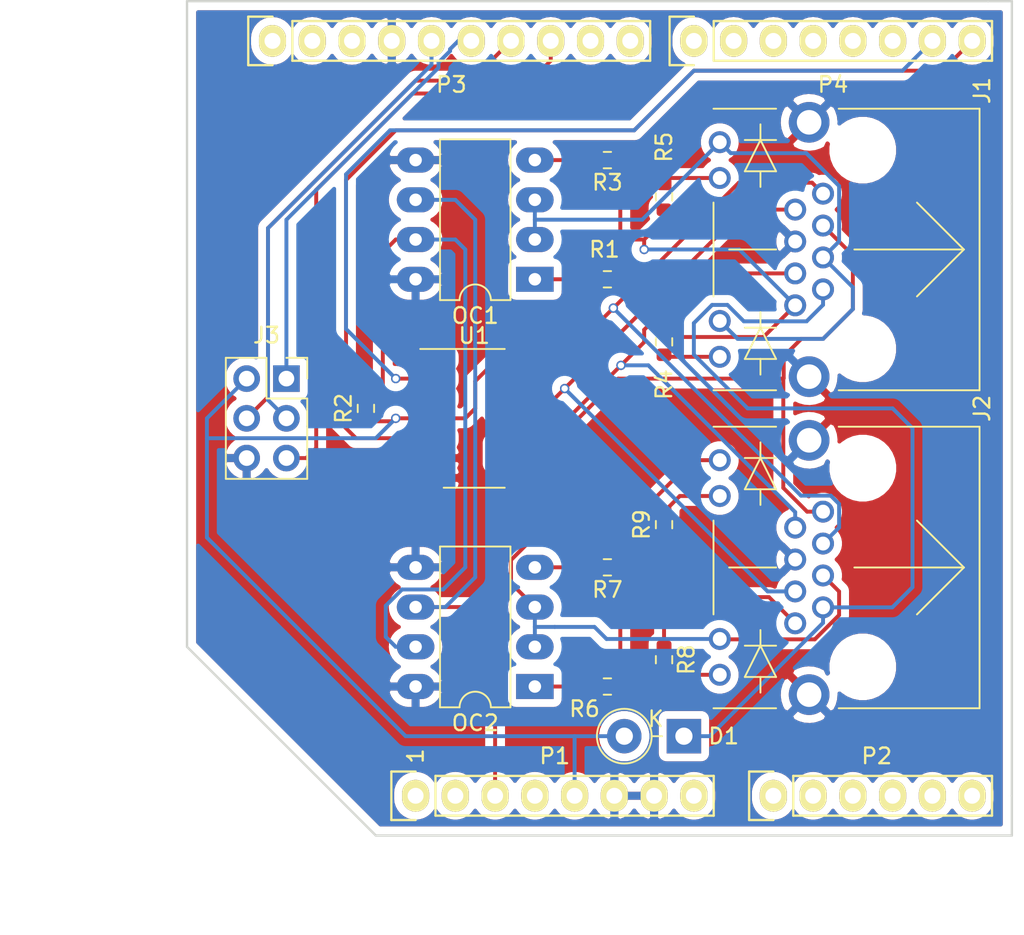
<source format=kicad_pcb>
(kicad_pcb (version 20171130) (host pcbnew "(5.1.9)-1")
  (title_block (date "lun. 30 mars 2015"))
  (layers (0 F.Cu signal) (31 B.Cu signal) (34 B.Paste user) (35 F.Paste user) (36 B.SilkS user) (37 F.SilkS user) (38 B.Mask user) (39 F.Mask user) (44 Edge.Cuts user))
  (net 0 "")
  (net 1 /Reset)
  (net 2 GND)
  (net 3 "/A4(SDA)")
  (net 4 "/A5(SCL)")
  (net 5 "/1(Tx)")
  (net 6 "/0(Rx)")
  (net 7 "/13(SCK)")
  (net 8 "/10(**/SS)")
  (net 9 "/12(MISO)")
  (net 10 "/11(**/MOSI)")
  (net 11 "Net-(J1-Pad12)")
  (net 12 /sense-)
  (net 13 "Net-(J1-Pad10)")
  (net 14 /sense+)
  (net 15 5V)
  (net 16 "Net-(J1-Pad6)")
  (net 17 "Net-(J1-Pad3)")
  (net 18 "Net-(J1-Pad2)")
  (net 19 "Net-(J1-Pad1)")
  (net 20 "Net-(J2-Pad12)")
  (net 21 /sense-B)
  (net 22 "Net-(J2-Pad10)")
  (net 23 /sense+B)
  (net 24 "Net-(OC1-Pad4)")
  (net 25 "Net-(OC1-Pad7)")
  (net 26 "Net-(OC1-Pad1)")
  (net 27 "Net-(OC2-Pad4)")
  (net 28 "Net-(OC2-Pad1)")
  (net 29 "Net-(D1-Pad1)")
  (module customs:RND_RJ45_LED (layer F.Cu) (at 164.973 109.23 90)
    (fp_text reference J2 (at 10.17 10.16 90) (layer F.SilkS))
    (fp_text value RJ45_LED)
    (fp_line (start 0 9) (end -3 6) (layer F.SilkS) (width 0.12))
    (fp_line (start 0 9) (end 3 6) (layer F.SilkS) (width 0.12))
    (fp_line (start 0 2) (end 0 9) (layer F.SilkS) (width 0.12))
    (fp_line (start 0 -6) (end 0 -3) (layer F.SilkS) (width 0.12))
    (fp_line (start -4 -4) (end -5 -4) (layer F.SilkS) (width 0.12))
    (fp_line (start -5 -5) (end -5 -3) (layer F.SilkS) (width 0.12))
    (fp_line (start -7 -5) (end -7 -4) (layer F.SilkS) (width 0.12))
    (fp_line (start -5 -4) (end -7 -5) (layer F.SilkS) (width 0.12))
    (fp_line (start -7 -3) (end -5 -4) (layer F.SilkS) (width 0.12))
    (fp_line (start -7 -4) (end -7 -3) (layer F.SilkS) (width 0.12))
    (fp_line (start -8 -4) (end -7 -4) (layer F.SilkS) (width 0.12))
    (fp_line (start 7 -4) (end 8 -4) (layer F.SilkS) (width 0.12))
    (fp_line (start 7 -5) (end 7 -3) (layer F.SilkS) (width 0.12))
    (fp_line (start 5 -4) (end 4 -4) (layer F.SilkS) (width 0.12))
    (fp_line (start 7 -4) (end 5 -5) (layer F.SilkS) (width 0.12))
    (fp_line (start 5 -3) (end 7 -4) (layer F.SilkS) (width 0.12))
    (fp_line (start 5 -5) (end 5 -3) (layer F.SilkS) (width 0.12))
    (fp_line (start -3 -7) (end 3 -7) (layer F.SilkS) (width 0.12))
    (fp_line (start 9 -3) (end 9 -7) (layer F.SilkS) (width 0.12))
    (fp_line (start 9 10) (end 9 1) (layer F.SilkS) (width 0.12))
    (fp_line (start -9 10) (end 9 10) (layer F.SilkS) (width 0.12))
    (fp_line (start -9 1) (end -9 10) (layer F.SilkS) (width 0.12))
    (fp_line (start -9 -7) (end -9 -3) (layer F.SilkS) (width 0.12))
    (pad 12 thru_hole circle (at -6.86 -6.6 90) (size 1.4 1.4) (drill 0.89) (layers *.Cu *.Mask) (net 20 "Net-(J2-Pad12)"))
    (pad 11 thru_hole circle (at -4.57 -6.6 90) (size 1.4 1.4) (drill 0.89) (layers *.Cu *.Mask) (net 21 /sense-B))
    (pad 10 thru_hole circle (at 4.57 -6.6 90) (size 1.4 1.4) (drill 0.89) (layers *.Cu *.Mask) (net 22 "Net-(J2-Pad10)"))
    (pad 9 thru_hole circle (at 6.86 -6.6 90) (size 1.4 1.4) (drill 0.89) (layers *.Cu *.Mask) (net 21 /sense-B))
    (pad 8 thru_hole circle (at -3.57 -1.78 90) (size 1.4 1.4) (drill 0.89) (layers *.Cu *.Mask) (net 23 /sense+B))
    (pad 7 thru_hole circle (at -2.55 0 90) (size 1.4 1.4) (drill 0.89) (layers *.Cu *.Mask) (net 29 "Net-(D1-Pad1)"))
    (pad 6 thru_hole circle (at -1.53 -1.78 90) (size 1.4 1.4) (drill 0.89) (layers *.Cu *.Mask) (net 18 "Net-(J1-Pad2)"))
    (pad 5 thru_hole circle (at -0.51 0 90) (size 1.4 1.4) (drill 0.89) (layers *.Cu *.Mask) (net 21 /sense-B))
    (pad 4 thru_hole circle (at 0.51 -1.78 90) (size 1.4 1.4) (drill 0.89) (layers *.Cu *.Mask) (net 2 GND))
    (pad 3 thru_hole circle (at 1.53 0 90) (size 1.4 1.4) (drill 0.89) (layers *.Cu *.Mask) (net 19 "Net-(J1-Pad1)"))
    (pad 2 thru_hole circle (at 2.55 -1.78 90) (size 1.4 1.4) (drill 0.89) (layers *.Cu *.Mask) (net 16 "Net-(J1-Pad6)"))
    (pad 1 thru_hole circle (at 3.57 0 90) (size 1.4 1.4) (drill 0.89) (layers *.Cu *.Mask) (net 17 "Net-(J1-Pad3)"))
    (pad SH thru_hole circle (at 8.13 -0.89 90) (size 2.6 2.6) (drill 1.57) (layers *.Cu *.Mask) (net 2 GND))
    (pad SH thru_hole circle (at -8.13 -0.89 90) (size 2.6 2.6) (drill 1.57) (layers *.Cu *.Mask) (net 2 GND))
    (pad "" np_thru_hole circle (at 6.35 2.54 90) (size 3.25 3.25) (drill 3.25) (layers *.Cu *.Mask))
    (pad "" np_thru_hole circle (at -6.35 2.54 90) (size 3.25 3.25) (drill 3.25) (layers *.Cu *.Mask))
  )
  (module Diode_THT:D_DO-41_SOD81_P3.81mm_Vertical_KathodeUp (layer F.Cu) (at 156.083 120.015 180)
    (fp_text reference D1 (at -2.54 0) (layer F.SilkS))
    (fp_text value 1N4001)
    (fp_text user K (at 1.8 1.1) (layer F.SilkS))
    (fp_circle (center 3.81 0) (end 5.560635 0) (layer F.SilkS) (width 0.12))
    (fp_line (start 2.059365 0) (end 1.4 0) (layer F.SilkS) (width 0.12))
    (pad 2 thru_hole oval (at 3.81 0 180) (size 2.2 2.2) (drill 1.1) (layers *.Cu *.Mask) (net 15 5V))
    (pad 1 thru_hole rect (at 0 0 180) (size 2.2 2.2) (drill 1.1) (layers *.Cu *.Mask) (net 29 "Net-(D1-Pad1)"))
  )
  (module Package_SO:SOIC-14_3.9x8.7mm_P1.27mm (layer F.Cu) (at 142.683 99.695)
    (fp_text reference U1 (at 0 -5.28) (layer F.SilkS))
    (fp_text value MAX489E)
    (fp_line (start 0 4.435) (end 1.95 4.435) (layer F.SilkS) (width 0.12))
    (fp_line (start 0 4.435) (end -1.95 4.435) (layer F.SilkS) (width 0.12))
    (fp_line (start 0 -4.435) (end 1.95 -4.435) (layer F.SilkS) (width 0.12))
    (fp_line (start 0 -4.435) (end -3.45 -4.435) (layer F.SilkS) (width 0.12))
    (pad 14 smd roundrect (at 2.475 -3.81) (size 1.95 0.6) (layers F.Cu F.Paste F.Mask) (net 15 5V))
    (pad 13 smd roundrect (at 2.475 -2.54) (size 1.95 0.6) (layers F.Cu F.Paste F.Mask))
    (pad 12 smd roundrect (at 2.475 -1.27) (size 1.95 0.6) (layers F.Cu F.Paste F.Mask) (net 18 "Net-(J1-Pad2)"))
    (pad 11 smd roundrect (at 2.475 0) (size 1.95 0.6) (layers F.Cu F.Paste F.Mask) (net 19 "Net-(J1-Pad1)"))
    (pad 10 smd roundrect (at 2.475 1.27) (size 1.95 0.6) (layers F.Cu F.Paste F.Mask) (net 17 "Net-(J1-Pad3)"))
    (pad 9 smd roundrect (at 2.475 2.54) (size 1.95 0.6) (layers F.Cu F.Paste F.Mask) (net 16 "Net-(J1-Pad6)"))
    (pad 8 smd roundrect (at 2.475 3.81) (size 1.95 0.6) (layers F.Cu F.Paste F.Mask))
    (pad 7 smd roundrect (at -2.475 3.81) (size 1.95 0.6) (layers F.Cu F.Paste F.Mask) (net 2 GND))
    (pad 6 smd roundrect (at -2.475 2.54) (size 1.95 0.6) (layers F.Cu F.Paste F.Mask) (net 2 GND))
    (pad 5 smd roundrect (at -2.475 1.27) (size 1.95 0.6) (layers F.Cu F.Paste F.Mask) (net 6 "/0(Rx)"))
    (pad 4 smd roundrect (at -2.475 0) (size 1.95 0.6) (layers F.Cu F.Paste F.Mask) (net 15 5V))
    (pad 3 smd roundrect (at -2.475 -1.27) (size 1.95 0.6) (layers F.Cu F.Paste F.Mask) (net 25 "Net-(OC1-Pad7)"))
    (pad 2 smd roundrect (at -2.475 -2.54) (size 1.95 0.6) (layers F.Cu F.Paste F.Mask) (net 5 "/1(Tx)"))
    (pad 1 smd roundrect (at -2.475 -3.81) (size 1.95 0.6) (layers F.Cu F.Paste F.Mask))
  )
  (module Connector_PinSocket_2.54mm:PinSocket_2x03_P2.54mm_Vertical (layer F.Cu) (at 130.683 97.155)
    (fp_text reference J3 (at -1.27 -2.77) (layer F.SilkS))
    (fp_text value AVR-ISP-6)
    (fp_line (start -3.87 -1.33) (end -1.27 -1.33) (layer F.SilkS) (width 0.12))
    (fp_line (start -3.87 -1.33) (end -3.87 6.41) (layer F.SilkS) (width 0.12))
    (fp_line (start -3.87 6.41) (end 1.33 6.41) (layer F.SilkS) (width 0.12))
    (fp_line (start 1.33 1.27) (end 1.33 6.41) (layer F.SilkS) (width 0.12))
    (fp_line (start -1.27 1.27) (end 1.33 1.27) (layer F.SilkS) (width 0.12))
    (fp_line (start -1.27 -1.33) (end -1.27 1.27) (layer F.SilkS) (width 0.12))
    (fp_line (start 1.33 -1.33) (end 1.33 0) (layer F.SilkS) (width 0.12))
    (fp_line (start 0 -1.33) (end 1.33 -1.33) (layer F.SilkS) (width 0.12))
    (pad 1 thru_hole rect (at 0 0) (size 1.7 1.7) (drill 1) (layers *.Cu *.Mask) (net 9 "/12(MISO)"))
    (pad 2 thru_hole oval (at -2.54 0) (size 1.7 1.7) (drill 1) (layers *.Cu *.Mask) (net 15 5V))
    (pad 3 thru_hole oval (at 0 2.54) (size 1.7 1.7) (drill 1) (layers *.Cu *.Mask) (net 7 "/13(SCK)"))
    (pad 4 thru_hole oval (at -2.54 2.54) (size 1.7 1.7) (drill 1) (layers *.Cu *.Mask) (net 10 "/11(**/MOSI)"))
    (pad 5 thru_hole oval (at 0 5.08) (size 1.7 1.7) (drill 1) (layers *.Cu *.Mask) (net 8 "/10(**/SS)"))
    (pad 6 thru_hole oval (at -2.54 5.08) (size 1.7 1.7) (drill 1) (layers *.Cu *.Mask) (net 2 GND))
  )
  (module Resistor_SMD:R_0603_1608Metric (layer F.Cu) (at 154.813 106.49 90)
    (fp_text reference R9 (at 0 -1.43 90) (layer F.SilkS))
    (fp_text value R)
    (fp_line (start -0.237258 0.5225) (end 0.237258 0.5225) (layer F.SilkS) (width 0.12))
    (fp_line (start -0.237258 -0.5225) (end 0.237258 -0.5225) (layer F.SilkS) (width 0.12))
    (pad 2 smd roundrect (at 0.825 0 90) (size 0.8 0.95) (layers F.Cu F.Paste F.Mask) (net 22 "Net-(J2-Pad10)"))
    (pad 1 smd roundrect (at -0.825 0 90) (size 0.8 0.95) (layers F.Cu F.Paste F.Mask) (net 23 /sense+B))
  )
  (module Resistor_SMD:R_0603_1608Metric (layer F.Cu) (at 154.813 115.125 270)
    (fp_text reference R8 (at 0 -1.43 90) (layer F.SilkS))
    (fp_text value R)
    (fp_line (start -0.237258 0.5225) (end 0.237258 0.5225) (layer F.SilkS) (width 0.12))
    (fp_line (start -0.237258 -0.5225) (end 0.237258 -0.5225) (layer F.SilkS) (width 0.12))
    (pad 2 smd roundrect (at 0.825 0 270) (size 0.8 0.95) (layers F.Cu F.Paste F.Mask) (net 20 "Net-(J2-Pad12)"))
    (pad 1 smd roundrect (at -0.825 0 270) (size 0.8 0.95) (layers F.Cu F.Paste F.Mask) (net 23 /sense+B))
  )
  (module Resistor_SMD:R_0603_1608Metric (layer F.Cu) (at 151.193 109.22 180)
    (fp_text reference R7 (at 0 -1.43) (layer F.SilkS))
    (fp_text value R)
    (fp_line (start -0.237258 0.5225) (end 0.237258 0.5225) (layer F.SilkS) (width 0.12))
    (fp_line (start -0.237258 -0.5225) (end 0.237258 -0.5225) (layer F.SilkS) (width 0.12))
    (pad 2 smd roundrect (at 0.825 0 180) (size 0.8 0.95) (layers F.Cu F.Paste F.Mask) (net 27 "Net-(OC2-Pad4)"))
    (pad 1 smd roundrect (at -0.825 0 180) (size 0.8 0.95) (layers F.Cu F.Paste F.Mask) (net 23 /sense+B))
  )
  (module Resistor_SMD:R_0603_1608Metric (layer F.Cu) (at 151.193 116.84 180)
    (fp_text reference R6 (at 1.46 -1.43) (layer F.SilkS))
    (fp_text value R)
    (fp_line (start -0.237258 0.5225) (end 0.237258 0.5225) (layer F.SilkS) (width 0.12))
    (fp_line (start -0.237258 -0.5225) (end 0.237258 -0.5225) (layer F.SilkS) (width 0.12))
    (pad 2 smd roundrect (at 0.825 0 180) (size 0.8 0.95) (layers F.Cu F.Paste F.Mask) (net 28 "Net-(OC2-Pad1)"))
    (pad 1 smd roundrect (at -0.825 0 180) (size 0.8 0.95) (layers F.Cu F.Paste F.Mask) (net 23 /sense+B))
  )
  (module Resistor_SMD:R_0603_1608Metric (layer F.Cu) (at 154.813 85.535 90)
    (fp_text reference R5 (at 3.175 0 90) (layer F.SilkS))
    (fp_text value R)
    (fp_line (start -0.237258 0.5225) (end 0.237258 0.5225) (layer F.SilkS) (width 0.12))
    (fp_line (start -0.237258 -0.5225) (end 0.237258 -0.5225) (layer F.SilkS) (width 0.12))
    (pad 2 smd roundrect (at 0.825 0 90) (size 0.8 0.95) (layers F.Cu F.Paste F.Mask) (net 13 "Net-(J1-Pad10)"))
    (pad 1 smd roundrect (at -0.825 0 90) (size 0.8 0.95) (layers F.Cu F.Paste F.Mask) (net 14 /sense+))
  )
  (module Resistor_SMD:R_0603_1608Metric (layer F.Cu) (at 154.813 94.805 270)
    (fp_text reference R4 (at 2.73 0 90) (layer F.SilkS))
    (fp_text value R)
    (fp_line (start -0.237258 0.5225) (end 0.237258 0.5225) (layer F.SilkS) (width 0.12))
    (fp_line (start -0.237258 -0.5225) (end 0.237258 -0.5225) (layer F.SilkS) (width 0.12))
    (pad 2 smd roundrect (at 0.825 0 270) (size 0.8 0.95) (layers F.Cu F.Paste F.Mask) (net 11 "Net-(J1-Pad12)"))
    (pad 1 smd roundrect (at -0.825 0 270) (size 0.8 0.95) (layers F.Cu F.Paste F.Mask) (net 14 /sense+))
  )
  (module Resistor_SMD:R_0603_1608Metric (layer F.Cu) (at 151.193 83.185 180)
    (fp_text reference R3 (at 0 -1.43) (layer F.SilkS))
    (fp_text value R)
    (fp_line (start -0.237258 0.5225) (end 0.237258 0.5225) (layer F.SilkS) (width 0.12))
    (fp_line (start -0.237258 -0.5225) (end 0.237258 -0.5225) (layer F.SilkS) (width 0.12))
    (pad 2 smd roundrect (at 0.825 0 180) (size 0.8 0.95) (layers F.Cu F.Paste F.Mask) (net 24 "Net-(OC1-Pad4)"))
    (pad 1 smd roundrect (at -0.825 0 180) (size 0.8 0.95) (layers F.Cu F.Paste F.Mask) (net 14 /sense+))
  )
  (module Resistor_SMD:R_0603_1608Metric (layer F.Cu) (at 135.763 99.06 90)
    (fp_text reference R2 (at 0 -1.43 90) (layer F.SilkS))
    (fp_text value R)
    (fp_line (start -0.237258 0.5225) (end 0.237258 0.5225) (layer F.SilkS) (width 0.12))
    (fp_line (start -0.237258 -0.5225) (end 0.237258 -0.5225) (layer F.SilkS) (width 0.12))
    (pad 2 smd roundrect (at 0.825 0 90) (size 0.8 0.95) (layers F.Cu F.Paste F.Mask) (net 25 "Net-(OC1-Pad7)"))
    (pad 1 smd roundrect (at -0.825 0 90) (size 0.8 0.95) (layers F.Cu F.Paste F.Mask) (net 15 5V))
  )
  (module Resistor_SMD:R_0603_1608Metric (layer F.Cu) (at 151.193 90.805 180)
    (fp_text reference R1 (at 0.19 1.905) (layer F.SilkS))
    (fp_text value R)
    (fp_line (start -0.237258 0.5225) (end 0.237258 0.5225) (layer F.SilkS) (width 0.12))
    (fp_line (start -0.237258 -0.5225) (end 0.237258 -0.5225) (layer F.SilkS) (width 0.12))
    (pad 2 smd roundrect (at 0.825 0 180) (size 0.8 0.95) (layers F.Cu F.Paste F.Mask) (net 26 "Net-(OC1-Pad1)"))
    (pad 1 smd roundrect (at -0.825 0 180) (size 0.8 0.95) (layers F.Cu F.Paste F.Mask) (net 14 /sense+))
  )
  (module Package_DIP:DIP-8_W7.62mm_LongPads (layer F.Cu) (at 146.558 116.84 180)
    (fp_text reference OC2 (at 3.81 -2.33) (layer F.SilkS))
    (fp_text value CNY74-2H)
    (fp_line (start 6.06 -1.33) (end 4.81 -1.33) (layer F.SilkS) (width 0.12))
    (fp_line (start 6.06 8.95) (end 6.06 -1.33) (layer F.SilkS) (width 0.12))
    (fp_line (start 1.56 8.95) (end 6.06 8.95) (layer F.SilkS) (width 0.12))
    (fp_line (start 1.56 -1.33) (end 1.56 8.95) (layer F.SilkS) (width 0.12))
    (fp_line (start 2.81 -1.33) (end 1.56 -1.33) (layer F.SilkS) (width 0.12))
    (fp_arc (start 3.81 -1.33) (end 2.81 -1.33) (angle -180) (layer F.SilkS) (width 0.12))
    (pad 8 thru_hole oval (at 7.62 0 180) (size 2.4 1.6) (drill 0.8) (layers *.Cu *.Mask) (net 2 GND))
    (pad 4 thru_hole oval (at 0 7.62 180) (size 2.4 1.6) (drill 0.8) (layers *.Cu *.Mask) (net 27 "Net-(OC2-Pad4)"))
    (pad 7 thru_hole oval (at 7.62 2.54 180) (size 2.4 1.6) (drill 0.8) (layers *.Cu *.Mask) (net 25 "Net-(OC1-Pad7)"))
    (pad 3 thru_hole oval (at 0 5.08 180) (size 2.4 1.6) (drill 0.8) (layers *.Cu *.Mask) (net 21 /sense-B))
    (pad 6 thru_hole oval (at 7.62 5.08 180) (size 2.4 1.6) (drill 0.8) (layers *.Cu *.Mask) (net 1 /Reset))
    (pad 2 thru_hole oval (at 0 2.54 180) (size 2.4 1.6) (drill 0.8) (layers *.Cu *.Mask) (net 21 /sense-B))
    (pad 5 thru_hole oval (at 7.62 7.62 180) (size 2.4 1.6) (drill 0.8) (layers *.Cu *.Mask) (net 2 GND))
    (pad 1 thru_hole rect (at 0 0 180) (size 2.4 1.6) (drill 0.8) (layers *.Cu *.Mask) (net 28 "Net-(OC2-Pad1)"))
  )
  (module Package_DIP:DIP-8_W7.62mm_LongPads (layer F.Cu) (at 146.558 90.805 180)
    (fp_text reference OC1 (at 3.81 -2.33) (layer F.SilkS))
    (fp_text value CNY74-2H)
    (fp_line (start 6.06 -1.33) (end 4.81 -1.33) (layer F.SilkS) (width 0.12))
    (fp_line (start 6.06 8.95) (end 6.06 -1.33) (layer F.SilkS) (width 0.12))
    (fp_line (start 1.56 8.95) (end 6.06 8.95) (layer F.SilkS) (width 0.12))
    (fp_line (start 1.56 -1.33) (end 1.56 8.95) (layer F.SilkS) (width 0.12))
    (fp_line (start 2.81 -1.33) (end 1.56 -1.33) (layer F.SilkS) (width 0.12))
    (fp_arc (start 3.81 -1.33) (end 2.81 -1.33) (angle -180) (layer F.SilkS) (width 0.12))
    (pad 8 thru_hole oval (at 7.62 0 180) (size 2.4 1.6) (drill 0.8) (layers *.Cu *.Mask) (net 2 GND))
    (pad 4 thru_hole oval (at 0 7.62 180) (size 2.4 1.6) (drill 0.8) (layers *.Cu *.Mask) (net 24 "Net-(OC1-Pad4)"))
    (pad 7 thru_hole oval (at 7.62 2.54 180) (size 2.4 1.6) (drill 0.8) (layers *.Cu *.Mask) (net 25 "Net-(OC1-Pad7)"))
    (pad 3 thru_hole oval (at 0 5.08 180) (size 2.4 1.6) (drill 0.8) (layers *.Cu *.Mask) (net 12 /sense-))
    (pad 6 thru_hole oval (at 7.62 5.08 180) (size 2.4 1.6) (drill 0.8) (layers *.Cu *.Mask) (net 1 /Reset))
    (pad 2 thru_hole oval (at 0 2.54 180) (size 2.4 1.6) (drill 0.8) (layers *.Cu *.Mask) (net 12 /sense-))
    (pad 5 thru_hole oval (at 7.62 7.62 180) (size 2.4 1.6) (drill 0.8) (layers *.Cu *.Mask) (net 2 GND))
    (pad 1 thru_hole rect (at 0 0 180) (size 2.4 1.6) (drill 0.8) (layers *.Cu *.Mask) (net 26 "Net-(OC1-Pad1)"))
  )
  (module customs:RND_RJ45_LED (layer F.Cu) (at 164.973 88.9 90)
    (fp_text reference J1 (at 10.16 10.16 90) (layer F.SilkS))
    (fp_text value RJ45_LED)
    (fp_line (start 0 9) (end -3 6) (layer F.SilkS) (width 0.12))
    (fp_line (start 0 9) (end 3 6) (layer F.SilkS) (width 0.12))
    (fp_line (start 0 2) (end 0 9) (layer F.SilkS) (width 0.12))
    (fp_line (start 0 -6) (end 0 -3) (layer F.SilkS) (width 0.12))
    (fp_line (start -4 -4) (end -5 -4) (layer F.SilkS) (width 0.12))
    (fp_line (start -5 -5) (end -5 -3) (layer F.SilkS) (width 0.12))
    (fp_line (start -7 -5) (end -7 -4) (layer F.SilkS) (width 0.12))
    (fp_line (start -5 -4) (end -7 -5) (layer F.SilkS) (width 0.12))
    (fp_line (start -7 -3) (end -5 -4) (layer F.SilkS) (width 0.12))
    (fp_line (start -7 -4) (end -7 -3) (layer F.SilkS) (width 0.12))
    (fp_line (start -8 -4) (end -7 -4) (layer F.SilkS) (width 0.12))
    (fp_line (start 7 -4) (end 8 -4) (layer F.SilkS) (width 0.12))
    (fp_line (start 7 -5) (end 7 -3) (layer F.SilkS) (width 0.12))
    (fp_line (start 5 -4) (end 4 -4) (layer F.SilkS) (width 0.12))
    (fp_line (start 7 -4) (end 5 -5) (layer F.SilkS) (width 0.12))
    (fp_line (start 5 -3) (end 7 -4) (layer F.SilkS) (width 0.12))
    (fp_line (start 5 -5) (end 5 -3) (layer F.SilkS) (width 0.12))
    (fp_line (start -3 -7) (end 3 -7) (layer F.SilkS) (width 0.12))
    (fp_line (start 9 -3) (end 9 -7) (layer F.SilkS) (width 0.12))
    (fp_line (start 9 10) (end 9 1) (layer F.SilkS) (width 0.12))
    (fp_line (start -9 10) (end 9 10) (layer F.SilkS) (width 0.12))
    (fp_line (start -9 1) (end -9 10) (layer F.SilkS) (width 0.12))
    (fp_line (start -9 -7) (end -9 -3) (layer F.SilkS) (width 0.12))
    (pad 12 thru_hole circle (at -6.86 -6.6 90) (size 1.4 1.4) (drill 0.89) (layers *.Cu *.Mask) (net 11 "Net-(J1-Pad12)"))
    (pad 11 thru_hole circle (at -4.57 -6.6 90) (size 1.4 1.4) (drill 0.89) (layers *.Cu *.Mask) (net 12 /sense-))
    (pad 10 thru_hole circle (at 4.57 -6.6 90) (size 1.4 1.4) (drill 0.89) (layers *.Cu *.Mask) (net 13 "Net-(J1-Pad10)"))
    (pad 9 thru_hole circle (at 6.86 -6.6 90) (size 1.4 1.4) (drill 0.89) (layers *.Cu *.Mask) (net 12 /sense-))
    (pad 8 thru_hole circle (at -3.57 -1.78 90) (size 1.4 1.4) (drill 0.89) (layers *.Cu *.Mask) (net 14 /sense+))
    (pad 7 thru_hole circle (at -2.55 0 90) (size 1.4 1.4) (drill 0.89) (layers *.Cu *.Mask) (net 29 "Net-(D1-Pad1)"))
    (pad 6 thru_hole circle (at -1.53 -1.78 90) (size 1.4 1.4) (drill 0.89) (layers *.Cu *.Mask) (net 16 "Net-(J1-Pad6)"))
    (pad 5 thru_hole circle (at -0.51 0 90) (size 1.4 1.4) (drill 0.89) (layers *.Cu *.Mask) (net 12 /sense-))
    (pad 4 thru_hole circle (at 0.51 -1.78 90) (size 1.4 1.4) (drill 0.89) (layers *.Cu *.Mask) (net 2 GND))
    (pad 3 thru_hole circle (at 1.53 0 90) (size 1.4 1.4) (drill 0.89) (layers *.Cu *.Mask) (net 17 "Net-(J1-Pad3)"))
    (pad 2 thru_hole circle (at 2.55 -1.78 90) (size 1.4 1.4) (drill 0.89) (layers *.Cu *.Mask) (net 18 "Net-(J1-Pad2)"))
    (pad 1 thru_hole circle (at 3.57 0 90) (size 1.4 1.4) (drill 0.89) (layers *.Cu *.Mask) (net 19 "Net-(J1-Pad1)"))
    (pad SH thru_hole circle (at 8.13 -0.89 90) (size 2.6 2.6) (drill 1.57) (layers *.Cu *.Mask) (net 2 GND))
    (pad SH thru_hole circle (at -8.13 -0.89 90) (size 2.6 2.6) (drill 1.57) (layers *.Cu *.Mask) (net 2 GND))
    (pad "" np_thru_hole circle (at 6.35 2.54 90) (size 3.25 3.25) (drill 3.25) (layers *.Cu *.Mask))
    (pad "" np_thru_hole circle (at -6.35 2.54 90) (size 3.25 3.25) (drill 3.25) (layers *.Cu *.Mask))
  )
  (module Socket_Arduino_Uno:Socket_Strip_Arduino_1x08 (layer F.Cu) (at 138.938 123.825)
    (fp_text reference P1 (at 8.89 -2.54) (layer F.SilkS))
    (fp_text value Power)
    (fp_line (start 1.27 1.27) (end 19.05 1.27) (layer F.SilkS) (width 0.15))
    (fp_line (start 19.05 1.27) (end 19.05 -1.27) (layer F.SilkS) (width 0.15))
    (fp_line (start 19.05 -1.27) (end 1.27 -1.27) (layer F.SilkS) (width 0.15))
    (fp_line (start -1.55 1.55) (end 0 1.55) (layer F.SilkS) (width 0.15))
    (fp_line (start 1.27 1.27) (end 1.27 -1.27) (layer F.SilkS) (width 0.15))
    (fp_line (start 0 -1.55) (end -1.55 -1.55) (layer F.SilkS) (width 0.15))
    (fp_line (start -1.55 -1.55) (end -1.55 1.55) (layer F.SilkS) (width 0.15))
    (pad 1 thru_hole oval (at 0 0) (size 1.7272 2.032) (drill 1.016) (layers *.Cu *.Mask F.SilkS))
    (pad 2 thru_hole oval (at 2.54 0) (size 1.7272 2.032) (drill 1.016) (layers *.Cu *.Mask F.SilkS))
    (pad 3 thru_hole oval (at 5.08 0) (size 1.7272 2.032) (drill 1.016) (layers *.Cu *.Mask F.SilkS) (net 1 /Reset))
    (pad 4 thru_hole oval (at 7.62 0) (size 1.7272 2.032) (drill 1.016) (layers *.Cu *.Mask F.SilkS))
    (pad 5 thru_hole oval (at 10.16 0) (size 1.7272 2.032) (drill 1.016) (layers *.Cu *.Mask F.SilkS) (net 15 5V))
    (pad 6 thru_hole oval (at 12.7 0) (size 1.7272 2.032) (drill 1.016) (layers *.Cu *.Mask F.SilkS) (net 2 GND))
    (pad 7 thru_hole oval (at 15.24 0) (size 1.7272 2.032) (drill 1.016) (layers *.Cu *.Mask F.SilkS) (net 2 GND))
    (pad 8 thru_hole oval (at 17.78 0) (size 1.7272 2.032) (drill 1.016) (layers *.Cu *.Mask F.SilkS))
  )
  (module Socket_Arduino_Uno:Socket_Strip_Arduino_1x06 (layer F.Cu) (at 161.798 123.825)
    (fp_text reference P2 (at 6.604 -2.54) (layer F.SilkS))
    (fp_text value Analog)
    (fp_line (start 1.27 1.27) (end 13.97 1.27) (layer F.SilkS) (width 0.15))
    (fp_line (start 13.97 1.27) (end 13.97 -1.27) (layer F.SilkS) (width 0.15))
    (fp_line (start 13.97 -1.27) (end 1.27 -1.27) (layer F.SilkS) (width 0.15))
    (fp_line (start -1.55 1.55) (end 0 1.55) (layer F.SilkS) (width 0.15))
    (fp_line (start 1.27 1.27) (end 1.27 -1.27) (layer F.SilkS) (width 0.15))
    (fp_line (start 0 -1.55) (end -1.55 -1.55) (layer F.SilkS) (width 0.15))
    (fp_line (start -1.55 -1.55) (end -1.55 1.55) (layer F.SilkS) (width 0.15))
    (pad 1 thru_hole oval (at 0 0) (size 1.7272 2.032) (drill 1.016) (layers *.Cu *.Mask F.SilkS))
    (pad 2 thru_hole oval (at 2.54 0) (size 1.7272 2.032) (drill 1.016) (layers *.Cu *.Mask F.SilkS))
    (pad 3 thru_hole oval (at 5.08 0) (size 1.7272 2.032) (drill 1.016) (layers *.Cu *.Mask F.SilkS))
    (pad 4 thru_hole oval (at 7.62 0) (size 1.7272 2.032) (drill 1.016) (layers *.Cu *.Mask F.SilkS))
    (pad 5 thru_hole oval (at 10.16 0) (size 1.7272 2.032) (drill 1.016) (layers *.Cu *.Mask F.SilkS) (net 3 "/A4(SDA)"))
    (pad 6 thru_hole oval (at 12.7 0) (size 1.7272 2.032) (drill 1.016) (layers *.Cu *.Mask F.SilkS) (net 4 "/A5(SCL)"))
  )
  (module Socket_Arduino_Uno:Socket_Strip_Arduino_1x10 (layer F.Cu) (at 129.794 75.565)
    (fp_text reference P3 (at 11.43 2.794) (layer F.SilkS))
    (fp_text value Digital)
    (fp_line (start 1.27 1.27) (end 24.13 1.27) (layer F.SilkS) (width 0.15))
    (fp_line (start 24.13 1.27) (end 24.13 -1.27) (layer F.SilkS) (width 0.15))
    (fp_line (start 24.13 -1.27) (end 1.27 -1.27) (layer F.SilkS) (width 0.15))
    (fp_line (start -1.55 1.55) (end 0 1.55) (layer F.SilkS) (width 0.15))
    (fp_line (start 1.27 1.27) (end 1.27 -1.27) (layer F.SilkS) (width 0.15))
    (fp_line (start 0 -1.55) (end -1.55 -1.55) (layer F.SilkS) (width 0.15))
    (fp_line (start -1.55 -1.55) (end -1.55 1.55) (layer F.SilkS) (width 0.15))
    (pad 1 thru_hole oval (at 0 0) (size 1.7272 2.032) (drill 1.016) (layers *.Cu *.Mask F.SilkS) (net 4 "/A5(SCL)"))
    (pad 2 thru_hole oval (at 2.54 0) (size 1.7272 2.032) (drill 1.016) (layers *.Cu *.Mask F.SilkS) (net 3 "/A4(SDA)"))
    (pad 3 thru_hole oval (at 5.08 0) (size 1.7272 2.032) (drill 1.016) (layers *.Cu *.Mask F.SilkS))
    (pad 4 thru_hole oval (at 7.62 0) (size 1.7272 2.032) (drill 1.016) (layers *.Cu *.Mask F.SilkS) (net 2 GND))
    (pad 5 thru_hole oval (at 10.16 0) (size 1.7272 2.032) (drill 1.016) (layers *.Cu *.Mask F.SilkS) (net 7 "/13(SCK)"))
    (pad 6 thru_hole oval (at 12.7 0) (size 1.7272 2.032) (drill 1.016) (layers *.Cu *.Mask F.SilkS) (net 9 "/12(MISO)"))
    (pad 7 thru_hole oval (at 15.24 0) (size 1.7272 2.032) (drill 1.016) (layers *.Cu *.Mask F.SilkS) (net 10 "/11(**/MOSI)"))
    (pad 8 thru_hole oval (at 17.78 0) (size 1.7272 2.032) (drill 1.016) (layers *.Cu *.Mask F.SilkS) (net 8 "/10(**/SS)"))
    (pad 9 thru_hole oval (at 20.32 0) (size 1.7272 2.032) (drill 1.016) (layers *.Cu *.Mask F.SilkS))
    (pad 10 thru_hole oval (at 22.86 0) (size 1.7272 2.032) (drill 1.016) (layers *.Cu *.Mask F.SilkS))
  )
  (module Socket_Arduino_Uno:Socket_Strip_Arduino_1x08 (layer F.Cu) (at 156.718 75.565)
    (fp_text reference P4 (at 8.89 2.794) (layer F.SilkS))
    (fp_text value Digital)
    (fp_line (start 1.27 1.27) (end 19.05 1.27) (layer F.SilkS) (width 0.15))
    (fp_line (start 19.05 1.27) (end 19.05 -1.27) (layer F.SilkS) (width 0.15))
    (fp_line (start 19.05 -1.27) (end 1.27 -1.27) (layer F.SilkS) (width 0.15))
    (fp_line (start -1.55 1.55) (end 0 1.55) (layer F.SilkS) (width 0.15))
    (fp_line (start 1.27 1.27) (end 1.27 -1.27) (layer F.SilkS) (width 0.15))
    (fp_line (start 0 -1.55) (end -1.55 -1.55) (layer F.SilkS) (width 0.15))
    (fp_line (start -1.55 -1.55) (end -1.55 1.55) (layer F.SilkS) (width 0.15))
    (pad 1 thru_hole oval (at 0 0) (size 1.7272 2.032) (drill 1.016) (layers *.Cu *.Mask F.SilkS))
    (pad 2 thru_hole oval (at 2.54 0) (size 1.7272 2.032) (drill 1.016) (layers *.Cu *.Mask F.SilkS))
    (pad 3 thru_hole oval (at 5.08 0) (size 1.7272 2.032) (drill 1.016) (layers *.Cu *.Mask F.SilkS))
    (pad 4 thru_hole oval (at 7.62 0) (size 1.7272 2.032) (drill 1.016) (layers *.Cu *.Mask F.SilkS))
    (pad 5 thru_hole oval (at 10.16 0) (size 1.7272 2.032) (drill 1.016) (layers *.Cu *.Mask F.SilkS))
    (pad 6 thru_hole oval (at 12.7 0) (size 1.7272 2.032) (drill 1.016) (layers *.Cu *.Mask F.SilkS))
    (pad 7 thru_hole oval (at 15.24 0) (size 1.7272 2.032) (drill 1.016) (layers *.Cu *.Mask F.SilkS) (net 5 "/1(Tx)"))
    (pad 8 thru_hole oval (at 17.78 0) (size 1.7272 2.032) (drill 1.016) (layers *.Cu *.Mask F.SilkS) (net 6 "/0(Rx)"))
  )
  (gr_line (start 124.333 114.3) (end 136.398 126.365) (angle 90) (layer Edge.Cuts) (width 0.15))
  (gr_text 1 (at 138.938 121.285 90) (layer F.SilkS) (effects (font (size 1 1))))
  (gr_line (start 177.038 73.025) (end 175.514 73.025) (angle 90) (layer Edge.Cuts) (width 0.15))
  (gr_line (start 177.038 85.979) (end 177.038 73.025) (angle 90) (layer Edge.Cuts) (width 0.15))
  (gr_line (start 177.038 123.825) (end 177.038 85.979) (angle 90) (layer Edge.Cuts) (width 0.15))
  (gr_line (start 177.038 126.365) (end 177.038 123.825) (angle 90) (layer Edge.Cuts) (width 0.15))
  (gr_line (start 136.398 126.365) (end 177.038 126.365) (angle 90) (layer Edge.Cuts) (width 0.15))
  (gr_line (start 124.333 73.025) (end 124.333 114.3) (angle 90) (layer Edge.Cuts) (width 0.15))
  (gr_line (start 175.514 73.025) (end 124.333 73.025) (angle 90) (layer Edge.Cuts) (width 0.15))
  (segment (start 142.748 111.76) (end 144.018 113.03) (width 0.25) (layer F.Cu) (net 1))
  (segment (start 144.018 113.03) (end 144.018 123.825) (width 0.25) (layer F.Cu) (net 1))
  (segment (start 138.938 111.76) (end 142.748 111.76) (width 0.25) (layer F.Cu) (net 1))
  (segment (start 138.938 111.76) (end 140.843 111.76) (width 0.25) (layer B.Cu) (net 1))
  (segment (start 140.843 111.76) (end 142.748 109.855) (width 0.25) (layer B.Cu) (net 1))
  (segment (start 142.748 109.855) (end 142.748 86.995) (width 0.25) (layer B.Cu) (net 1))
  (segment (start 141.478 85.725) (end 138.938 85.725) (width 0.25) (layer B.Cu) (net 1))
  (segment (start 142.748 86.995) (end 141.478 85.725) (width 0.25) (layer B.Cu) (net 1))
  (via (at 137.668 97.155) (size 0.6) (drill 0.4) (layers F.Cu B.Cu) (net 5))
  (segment (start 140.208 97.155) (end 137.668 97.155) (width 0.25) (layer F.Cu) (net 5))
  (segment (start 156.718 77.47) (end 170.053 77.47) (width 0.25) (layer B.Cu) (net 5))
  (segment (start 170.053 77.47) (end 171.958 75.565) (width 0.25) (layer B.Cu) (net 5))
  (segment (start 152.908 81.28) (end 156.718 77.47) (width 0.25) (layer B.Cu) (net 5))
  (segment (start 137.307498 81.28) (end 152.908 81.28) (width 0.25) (layer B.Cu) (net 5))
  (segment (start 134.493 84.094498) (end 137.307498 81.28) (width 0.25) (layer B.Cu) (net 5))
  (segment (start 134.493 93.98) (end 134.493 84.094498) (width 0.25) (layer B.Cu) (net 5))
  (segment (start 137.668 97.155) (end 134.493 93.98) (width 0.25) (layer B.Cu) (net 5))
  (segment (start 172.593 77.47) (end 174.498 75.565) (width 0.25) (layer F.Cu) (net 6))
  (segment (start 156.718 77.47) (end 172.593 77.47) (width 0.25) (layer F.Cu) (net 6))
  (segment (start 152.908 81.28) (end 156.718 77.47) (width 0.25) (layer F.Cu) (net 6))
  (segment (start 137.668 81.28) (end 152.908 81.28) (width 0.25) (layer F.Cu) (net 6))
  (segment (start 134.493 84.455) (end 137.668 81.28) (width 0.25) (layer F.Cu) (net 6))
  (segment (start 134.493 95.885) (end 134.493 84.455) (width 0.25) (layer F.Cu) (net 6))
  (segment (start 133.858 96.52) (end 134.493 95.885) (width 0.25) (layer F.Cu) (net 6))
  (segment (start 133.858 99.695) (end 133.858 96.52) (width 0.25) (layer F.Cu) (net 6))
  (segment (start 135.128 100.965) (end 133.858 99.695) (width 0.25) (layer F.Cu) (net 6))
  (segment (start 140.208 100.965) (end 135.128 100.965) (width 0.25) (layer F.Cu) (net 6))
  (segment (start 139.954 77.089) (end 139.954 75.565) (width 0.25) (layer B.Cu) (net 7))
  (segment (start 129.507999 87.535001) (end 139.954 77.089) (width 0.25) (layer B.Cu) (net 7))
  (segment (start 129.507999 98.519999) (end 129.507999 87.535001) (width 0.25) (layer B.Cu) (net 7))
  (segment (start 130.683 99.695) (end 129.507999 98.519999) (width 0.25) (layer B.Cu) (net 7))
  (segment (start 131.953 102.235) (end 130.683 102.235) (width 0.25) (layer F.Cu) (net 8))
  (segment (start 145.4765 78.9285) (end 138.7495 78.9285) (width 0.25) (layer F.Cu) (net 8))
  (segment (start 132.588 101.6) (end 131.953 102.235) (width 0.25) (layer F.Cu) (net 8))
  (segment (start 147.574 75.565) (end 147.574 76.831) (width 0.25) (layer F.Cu) (net 8))
  (segment (start 138.7495 78.9285) (end 132.588 85.09) (width 0.25) (layer F.Cu) (net 8))
  (segment (start 147.574 76.831) (end 145.4765 78.9285) (width 0.25) (layer F.Cu) (net 8))
  (segment (start 132.588 85.09) (end 132.588 101.6) (width 0.25) (layer F.Cu) (net 8))
  (segment (start 141.6685 75.565) (end 142.494 75.565) (width 0.25) (layer B.Cu) (net 9))
  (segment (start 141.14261 76.209738) (end 141.14261 76.09089) (width 0.25) (layer B.Cu) (net 9))
  (segment (start 140.446338 76.90601) (end 141.14261 76.209738) (width 0.25) (layer B.Cu) (net 9))
  (segment (start 140.40401 76.90601) (end 140.446338 76.90601) (width 0.25) (layer B.Cu) (net 9))
  (segment (start 140.40401 77.2754) (end 140.40401 76.90601) (width 0.25) (layer B.Cu) (net 9))
  (segment (start 130.683 86.99641) (end 140.40401 77.2754) (width 0.25) (layer B.Cu) (net 9))
  (segment (start 141.14261 76.09089) (end 141.6685 75.565) (width 0.25) (layer B.Cu) (net 9))
  (segment (start 130.683 97.155) (end 130.683 86.99641) (width 0.25) (layer B.Cu) (net 9))
  (segment (start 138.936589 78.105) (end 142.494 78.105) (width 0.25) (layer F.Cu) (net 10))
  (segment (start 142.494 78.105) (end 145.034 75.565) (width 0.25) (layer F.Cu) (net 10))
  (segment (start 132.137989 84.905011) (end 132.137989 84.9036) (width 0.25) (layer F.Cu) (net 10))
  (segment (start 132.137989 84.9036) (end 138.936589 78.105) (width 0.25) (layer F.Cu) (net 10))
  (segment (start 129.507999 87.535001) (end 132.137989 84.905011) (width 0.25) (layer F.Cu) (net 10))
  (segment (start 129.507999 98.330001) (end 129.507999 87.535001) (width 0.25) (layer F.Cu) (net 10))
  (segment (start 128.143 99.695) (end 129.507999 98.330001) (width 0.25) (layer F.Cu) (net 10))
  (segment (start 154.943 95.76) (end 154.813 95.63) (width 0.25) (layer F.Cu) (net 11))
  (segment (start 158.373 95.76) (end 154.943 95.76) (width 0.25) (layer F.Cu) (net 11))
  (segment (start 153.418 86.995) (end 158.373 82.04) (width 0.25) (layer B.Cu) (net 12))
  (segment (start 146.558 86.995) (end 153.418 86.995) (width 0.25) (layer B.Cu) (net 12))
  (segment (start 146.558 88.265) (end 146.558 86.995) (width 0.25) (layer B.Cu) (net 12))
  (segment (start 146.558 86.995) (end 146.558 85.725) (width 0.25) (layer B.Cu) (net 12))
  (segment (start 159.072999 82.739999) (end 158.373 82.04) (width 0.25) (layer B.Cu) (net 12))
  (segment (start 165.998001 84.837999) (end 163.900001 82.739999) (width 0.25) (layer B.Cu) (net 12))
  (segment (start 163.900001 82.739999) (end 159.072999 82.739999) (width 0.25) (layer B.Cu) (net 12))
  (segment (start 165.998001 88.384999) (end 165.998001 84.837999) (width 0.25) (layer B.Cu) (net 12))
  (segment (start 164.973 89.41) (end 165.998001 88.384999) (width 0.25) (layer B.Cu) (net 12))
  (segment (start 159.518 94.615) (end 158.373 93.47) (width 0.25) (layer B.Cu) (net 12))
  (segment (start 166.878 92.71) (end 164.973 94.615) (width 0.25) (layer B.Cu) (net 12))
  (segment (start 166.878 91.315) (end 166.878 92.71) (width 0.25) (layer B.Cu) (net 12))
  (segment (start 164.973 94.615) (end 159.518 94.615) (width 0.25) (layer B.Cu) (net 12))
  (segment (start 164.973 89.41) (end 166.878 91.315) (width 0.25) (layer B.Cu) (net 12))
  (segment (start 155.193 84.33) (end 154.813 84.71) (width 0.25) (layer F.Cu) (net 13))
  (segment (start 158.373 84.33) (end 155.193 84.33) (width 0.25) (layer F.Cu) (net 13))
  (segment (start 161.167999 94.495001) (end 163.193 92.47) (width 0.25) (layer F.Cu) (net 14))
  (segment (start 155.328001 94.495001) (end 161.167999 94.495001) (width 0.25) (layer F.Cu) (net 14))
  (segment (start 154.813 93.98) (end 155.328001 94.495001) (width 0.25) (layer F.Cu) (net 14))
  (segment (start 154.813 86.36) (end 154.813 86.995) (width 0.25) (layer F.Cu) (net 14))
  (segment (start 154.813 86.995) (end 153.798 88.01) (width 0.25) (layer F.Cu) (net 14))
  (segment (start 152.018 88.01) (end 152.018 90.805) (width 0.25) (layer F.Cu) (net 14))
  (segment (start 152.018 83.185) (end 152.018 88.01) (width 0.25) (layer F.Cu) (net 14))
  (via (at 153.543 88.9) (size 0.6) (drill 0.4) (layers F.Cu B.Cu) (net 14))
  (segment (start 159.623 88.9) (end 153.543 88.9) (width 0.25) (layer B.Cu) (net 14))
  (segment (start 163.193 92.47) (end 159.623 88.9) (width 0.25) (layer B.Cu) (net 14))
  (segment (start 153.543 88.265) (end 153.798 88.01) (width 0.25) (layer F.Cu) (net 14))
  (segment (start 153.543 88.9) (end 153.543 88.265) (width 0.25) (layer F.Cu) (net 14))
  (segment (start 152.018 88.265) (end 152.018 88.01) (width 0.25) (layer F.Cu) (net 14))
  (segment (start 153.543 88.265) (end 152.018 88.265) (width 0.25) (layer F.Cu) (net 14))
  (segment (start 135.763 99.885) (end 137.478 99.885) (width 0.25) (layer F.Cu) (net 15))
  (segment (start 137.668 99.695) (end 140.208 99.695) (width 0.25) (layer F.Cu) (net 15))
  (segment (start 137.478 99.885) (end 137.668 99.695) (width 0.25) (layer F.Cu) (net 15))
  (segment (start 144.183 95.885) (end 142.748 97.32) (width 0.25) (layer F.Cu) (net 15))
  (segment (start 145.158 95.885) (end 144.183 95.885) (width 0.25) (layer F.Cu) (net 15))
  (segment (start 142.748 97.32) (end 142.748 99.06) (width 0.25) (layer F.Cu) (net 15))
  (segment (start 142.113 99.695) (end 140.208 99.695) (width 0.25) (layer F.Cu) (net 15))
  (segment (start 142.748 99.06) (end 142.113 99.695) (width 0.25) (layer F.Cu) (net 15))
  (segment (start 149.098 120.015) (end 149.098 123.825) (width 0.25) (layer B.Cu) (net 15))
  (segment (start 164.973 111.78) (end 164.973 112.769949) (width 0.25) (layer B.Cu) (net 29))
  (segment (start 125.603 99.695) (end 128.143 97.155) (width 0.25) (layer B.Cu) (net 15))
  (via (at 137.668 99.695) (size 0.6) (drill 0.4) (layers F.Cu B.Cu) (net 15))
  (segment (start 136.398 100.965) (end 125.603 100.965) (width 0.25) (layer B.Cu) (net 15))
  (segment (start 125.603 100.965) (end 125.603 99.695) (width 0.25) (layer B.Cu) (net 15))
  (segment (start 137.668 99.695) (end 136.398 100.965) (width 0.25) (layer B.Cu) (net 15))
  (segment (start 125.603 107.315) (end 125.603 100.965) (width 0.25) (layer B.Cu) (net 15))
  (segment (start 138.303 120.015) (end 125.603 107.315) (width 0.25) (layer B.Cu) (net 15))
  (segment (start 149.098 120.015) (end 138.303 120.015) (width 0.25) (layer B.Cu) (net 15))
  (segment (start 149.098 120.015) (end 152.273 120.015) (width 0.25) (layer B.Cu) (net 15))
  (segment (start 157.145522 90.43) (end 163.193 90.43) (width 0.25) (layer F.Cu) (net 16))
  (segment (start 153.543 94.032522) (end 157.145522 90.43) (width 0.25) (layer F.Cu) (net 16))
  (segment (start 153.543 94.825) (end 153.543 94.032522) (width 0.25) (layer F.Cu) (net 16))
  (segment (start 145.158 102.235) (end 146.133 102.235) (width 0.25) (layer F.Cu) (net 16))
  (segment (start 163.193 105.690051) (end 153.810449 96.3075) (width 0.25) (layer B.Cu) (net 16))
  (via (at 152.0605 96.3075) (size 0.6) (drill 0.4) (layers F.Cu B.Cu) (net 16))
  (segment (start 153.810449 96.3075) (end 152.0605 96.3075) (width 0.25) (layer B.Cu) (net 16))
  (segment (start 163.193 106.68) (end 163.193 105.690051) (width 0.25) (layer B.Cu) (net 16))
  (segment (start 152.0605 96.3075) (end 153.543 94.825) (width 0.25) (layer F.Cu) (net 16))
  (segment (start 146.133 102.235) (end 152.0605 96.3075) (width 0.25) (layer F.Cu) (net 16))
  (segment (start 164.973 105.66) (end 163.953 105.66) (width 0.25) (layer F.Cu) (net 17))
  (segment (start 163.953 105.66) (end 162.433 104.14) (width 0.25) (layer F.Cu) (net 17))
  (segment (start 144.183 100.965) (end 145.158 100.965) (width 0.25) (layer F.Cu) (net 17))
  (segment (start 143.85799 101.29001) (end 144.183 100.965) (width 0.25) (layer F.Cu) (net 17))
  (segment (start 144.136242 102.86001) (end 143.85799 102.581758) (width 0.25) (layer F.Cu) (net 17))
  (segment (start 143.85799 102.581758) (end 143.85799 101.29001) (width 0.25) (layer F.Cu) (net 17))
  (segment (start 146.179758 102.86001) (end 144.136242 102.86001) (width 0.25) (layer F.Cu) (net 17))
  (segment (start 151.884768 97.155) (end 146.179758 102.86001) (width 0.25) (layer F.Cu) (net 17))
  (segment (start 162.433 97.155) (end 151.884768 97.155) (width 0.25) (layer F.Cu) (net 17))
  (segment (start 162.433 104.14) (end 162.433 97.155) (width 0.25) (layer F.Cu) (net 17))
  (segment (start 166.878 92.71) (end 166.878 89.275) (width 0.25) (layer F.Cu) (net 17))
  (segment (start 164.973 94.615) (end 166.878 92.71) (width 0.25) (layer F.Cu) (net 17))
  (segment (start 163.580499 94.615) (end 164.973 94.615) (width 0.25) (layer F.Cu) (net 17))
  (segment (start 166.878 89.275) (end 164.973 87.37) (width 0.25) (layer F.Cu) (net 17))
  (segment (start 162.457999 95.7375) (end 163.580499 94.615) (width 0.25) (layer F.Cu) (net 17))
  (segment (start 162.457999 97.130001) (end 162.457999 95.7375) (width 0.25) (layer F.Cu) (net 17))
  (segment (start 162.433 97.155) (end 162.457999 97.130001) (width 0.25) (layer F.Cu) (net 17))
  (segment (start 159.903 86.35) (end 163.193 86.35) (width 0.25) (layer F.Cu) (net 18))
  (segment (start 145.158 98.425) (end 147.828 98.425) (width 0.25) (layer F.Cu) (net 18))
  (segment (start 161.433 110.76) (end 148.463 97.79) (width 0.25) (layer B.Cu) (net 18))
  (segment (start 163.193 110.76) (end 161.433 110.76) (width 0.25) (layer B.Cu) (net 18))
  (via (at 148.463 97.79) (size 0.6) (drill 0.4) (layers F.Cu B.Cu) (net 18))
  (segment (start 148.463 97.79) (end 159.903 86.35) (width 0.25) (layer F.Cu) (net 18))
  (segment (start 147.828 98.425) (end 148.463 97.79) (width 0.25) (layer F.Cu) (net 18))
  (segment (start 164.273001 84.630001) (end 164.973 85.33) (width 0.25) (layer F.Cu) (net 19))
  (segment (start 159.590001 84.630001) (end 164.273001 84.630001) (width 0.25) (layer F.Cu) (net 19))
  (segment (start 144.136242 97.79999) (end 146.420012 97.79999) (width 0.25) (layer F.Cu) (net 19))
  (segment (start 143.85799 98.078242) (end 144.136242 97.79999) (width 0.25) (layer F.Cu) (net 19))
  (segment (start 143.85799 99.36999) (end 143.85799 98.078242) (width 0.25) (layer F.Cu) (net 19))
  (segment (start 144.183 99.695) (end 143.85799 99.36999) (width 0.25) (layer F.Cu) (net 19))
  (segment (start 145.158 99.695) (end 144.183 99.695) (width 0.25) (layer F.Cu) (net 19))
  (via (at 151.574001 92.646001) (size 0.6) (drill 0.4) (layers F.Cu B.Cu) (net 19))
  (segment (start 163.562999 104.634999) (end 151.574001 92.646001) (width 0.25) (layer B.Cu) (net 19))
  (segment (start 165.465001 104.634999) (end 163.562999 104.634999) (width 0.25) (layer B.Cu) (net 19))
  (segment (start 165.998001 105.167999) (end 165.465001 104.634999) (width 0.25) (layer B.Cu) (net 19))
  (segment (start 164.973 107.7) (end 165.998001 106.674999) (width 0.25) (layer B.Cu) (net 19))
  (segment (start 151.574001 92.646001) (end 159.590001 84.630001) (width 0.25) (layer F.Cu) (net 19))
  (segment (start 165.998001 106.674999) (end 165.998001 105.167999) (width 0.25) (layer B.Cu) (net 19))
  (segment (start 146.420012 97.79999) (end 151.574001 92.646001) (width 0.25) (layer F.Cu) (net 19))
  (segment (start 154.953 116.09) (end 154.813 115.95) (width 0.25) (layer F.Cu) (net 20))
  (segment (start 158.373 116.09) (end 154.953 116.09) (width 0.25) (layer F.Cu) (net 20))
  (segment (start 158.398001 113.825001) (end 158.373 113.8) (width 0.25) (layer F.Cu) (net 21))
  (segment (start 164.445001 113.825001) (end 158.398001 113.825001) (width 0.25) (layer F.Cu) (net 21))
  (segment (start 165.998001 112.272001) (end 164.445001 113.825001) (width 0.25) (layer F.Cu) (net 21))
  (segment (start 165.998001 110.765001) (end 165.998001 112.272001) (width 0.25) (layer F.Cu) (net 21))
  (segment (start 164.973 109.74) (end 165.998001 110.765001) (width 0.25) (layer F.Cu) (net 21))
  (segment (start 158.373 113.8) (end 151.138 113.8) (width 0.25) (layer B.Cu) (net 21))
  (segment (start 151.138 113.8) (end 150.368 113.03) (width 0.25) (layer B.Cu) (net 21))
  (segment (start 150.368 113.03) (end 147.828 113.03) (width 0.25) (layer B.Cu) (net 21))
  (segment (start 147.828 113.03) (end 146.558 113.03) (width 0.25) (layer B.Cu) (net 21))
  (segment (start 146.558 113.03) (end 146.558 114.3) (width 0.25) (layer B.Cu) (net 21))
  (segment (start 146.558 113.03) (end 146.558 111.76) (width 0.25) (layer B.Cu) (net 21))
  (segment (start 145.03299 110.23499) (end 146.558 111.76) (width 0.25) (layer F.Cu) (net 21))
  (segment (start 145.03299 108.754006) (end 145.03299 110.23499) (width 0.25) (layer F.Cu) (net 21))
  (segment (start 151.446027 107.589498) (end 146.197498 107.589498) (width 0.25) (layer F.Cu) (net 21))
  (segment (start 156.665525 102.37) (end 151.446027 107.589498) (width 0.25) (layer F.Cu) (net 21))
  (segment (start 146.197498 107.589498) (end 145.03299 108.754006) (width 0.25) (layer F.Cu) (net 21))
  (segment (start 158.373 102.37) (end 156.665525 102.37) (width 0.25) (layer F.Cu) (net 21))
  (segment (start 155.818 104.66) (end 154.813 105.665) (width 0.25) (layer F.Cu) (net 22))
  (segment (start 158.373 104.66) (end 155.818 104.66) (width 0.25) (layer F.Cu) (net 22))
  (segment (start 152.018 112.015) (end 152.653 112.015) (width 0.25) (layer F.Cu) (net 23))
  (segment (start 152.018 116.84) (end 152.018 112.015) (width 0.25) (layer F.Cu) (net 23))
  (segment (start 152.018 112.015) (end 152.018 109.22) (width 0.25) (layer F.Cu) (net 23))
  (segment (start 153.543 111.125) (end 154.813 111.125) (width 0.25) (layer F.Cu) (net 23))
  (segment (start 152.653 112.015) (end 153.543 111.125) (width 0.25) (layer F.Cu) (net 23))
  (segment (start 154.813 111.125) (end 154.813 114.3) (width 0.25) (layer F.Cu) (net 23))
  (segment (start 154.813 107.315) (end 154.813 111.125) (width 0.25) (layer F.Cu) (net 23))
  (segment (start 161.518 111.125) (end 154.813 111.125) (width 0.25) (layer F.Cu) (net 23))
  (segment (start 163.193 112.8) (end 161.518 111.125) (width 0.25) (layer F.Cu) (net 23))
  (segment (start 150.368 83.185) (end 146.558 83.185) (width 0.25) (layer F.Cu) (net 24))
  (segment (start 140.208 98.425) (end 137.668 98.425) (width 0.25) (layer F.Cu) (net 25))
  (segment (start 137.668 98.425) (end 137.478 98.235) (width 0.25) (layer F.Cu) (net 25))
  (segment (start 138.938 88.265) (end 141.478 88.265) (width 0.25) (layer B.Cu) (net 25))
  (segment (start 141.478 88.265) (end 142.113 88.9) (width 0.25) (layer B.Cu) (net 25))
  (segment (start 142.113 88.9) (end 142.113 109.22) (width 0.25) (layer B.Cu) (net 25))
  (segment (start 138.072006 110.63499) (end 137.033 111.673996) (width 0.25) (layer B.Cu) (net 25))
  (segment (start 140.69801 110.63499) (end 138.072006 110.63499) (width 0.25) (layer B.Cu) (net 25))
  (segment (start 142.113 109.22) (end 140.69801 110.63499) (width 0.25) (layer B.Cu) (net 25))
  (segment (start 137.033 111.673996) (end 137.033 113.665) (width 0.25) (layer B.Cu) (net 25))
  (segment (start 137.668 114.3) (end 138.938 114.3) (width 0.25) (layer B.Cu) (net 25))
  (segment (start 137.033 113.665) (end 137.668 114.3) (width 0.25) (layer B.Cu) (net 25))
  (segment (start 136.843 98.235) (end 136.843 89.09) (width 0.25) (layer F.Cu) (net 25))
  (segment (start 137.478 98.235) (end 136.843 98.235) (width 0.25) (layer F.Cu) (net 25))
  (segment (start 136.843 98.235) (end 135.763 98.235) (width 0.25) (layer F.Cu) (net 25))
  (segment (start 137.668 88.265) (end 138.938 88.265) (width 0.25) (layer F.Cu) (net 25))
  (segment (start 136.843 89.09) (end 137.668 88.265) (width 0.25) (layer F.Cu) (net 25))
  (segment (start 150.368 90.805) (end 146.558 90.805) (width 0.25) (layer F.Cu) (net 26))
  (segment (start 150.368 109.22) (end 146.558 109.22) (width 0.25) (layer F.Cu) (net 27))
  (segment (start 146.558 116.84) (end 150.368 116.84) (width 0.25) (layer F.Cu) (net 28))
  (segment (start 157.727949 120.015) (end 164.973 112.769949) (width 0.25) (layer B.Cu) (net 29))
  (segment (start 156.083 120.015) (end 157.727949 120.015) (width 0.25) (layer B.Cu) (net 29))
  (segment (start 170.688 110.49) (end 169.398 111.78) (width 0.25) (layer B.Cu) (net 29))
  (segment (start 160.155998 99.06) (end 169.418 99.06) (width 0.25) (layer B.Cu) (net 29))
  (segment (start 156.718 93.607998) (end 156.718 95.622002) (width 0.25) (layer B.Cu) (net 29))
  (segment (start 157.880999 92.444999) (end 156.718 93.607998) (width 0.25) (layer B.Cu) (net 29))
  (segment (start 169.398 111.78) (end 164.973 111.78) (width 0.25) (layer B.Cu) (net 29))
  (segment (start 158.865001 92.444999) (end 157.880999 92.444999) (width 0.25) (layer B.Cu) (net 29))
  (segment (start 156.718 95.622002) (end 160.155998 99.06) (width 0.25) (layer B.Cu) (net 29))
  (segment (start 159.915003 93.495001) (end 158.865001 92.444999) (width 0.25) (layer B.Cu) (net 29))
  (segment (start 170.688 100.33) (end 170.688 110.49) (width 0.25) (layer B.Cu) (net 29))
  (segment (start 163.917948 93.495001) (end 159.915003 93.495001) (width 0.25) (layer B.Cu) (net 29))
  (segment (start 164.973 92.439949) (end 163.917948 93.495001) (width 0.25) (layer B.Cu) (net 29))
  (segment (start 169.418 99.06) (end 170.688 100.33) (width 0.25) (layer B.Cu) (net 29))
  (segment (start 164.973 91.45) (end 164.973 92.439949) (width 0.25) (layer B.Cu) (net 29))
  (zone (net 2) (net_name GND) (layer B.Cu) (connect_pads (clearance 0.508)) (min_thickness 0.254) (fill yes (arc_segments 32) (thermal_gap 0.508) (thermal_bridge_width 0.508))
    (polygon (pts (xy 177.038 126.365) (xy 124.333 126.365) (xy 124.333 73.025) (xy 177.038 73.025)))
  )
  (zone (net 2) (net_name GND) (layer F.Cu) (connect_pads (clearance 0.508)) (min_thickness 0.254) (fill yes (arc_segments 32) (thermal_gap 0.508) (thermal_bridge_width 0.508))
    (polygon (pts (xy 177.038 126.365) (xy 124.333 126.365) (xy 124.333 73.025) (xy 177.038 73.025)))
  )
)
</source>
